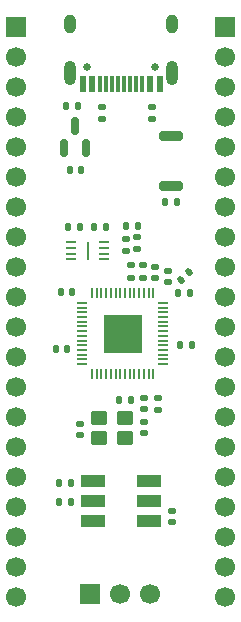
<source format=gbr>
%TF.GenerationSoftware,KiCad,Pcbnew,9.0.2*%
%TF.CreationDate,2025-10-06T12:20:04-04:00*%
%TF.ProjectId,pcb,7063622e-6b69-4636-9164-5f7063625858,rev?*%
%TF.SameCoordinates,Original*%
%TF.FileFunction,Soldermask,Top*%
%TF.FilePolarity,Negative*%
%FSLAX46Y46*%
G04 Gerber Fmt 4.6, Leading zero omitted, Abs format (unit mm)*
G04 Created by KiCad (PCBNEW 9.0.2) date 2025-10-06 12:20:04*
%MOMM*%
%LPD*%
G01*
G04 APERTURE LIST*
G04 Aperture macros list*
%AMRoundRect*
0 Rectangle with rounded corners*
0 $1 Rounding radius*
0 $2 $3 $4 $5 $6 $7 $8 $9 X,Y pos of 4 corners*
0 Add a 4 corners polygon primitive as box body*
4,1,4,$2,$3,$4,$5,$6,$7,$8,$9,$2,$3,0*
0 Add four circle primitives for the rounded corners*
1,1,$1+$1,$2,$3*
1,1,$1+$1,$4,$5*
1,1,$1+$1,$6,$7*
1,1,$1+$1,$8,$9*
0 Add four rect primitives between the rounded corners*
20,1,$1+$1,$2,$3,$4,$5,0*
20,1,$1+$1,$4,$5,$6,$7,0*
20,1,$1+$1,$6,$7,$8,$9,0*
20,1,$1+$1,$8,$9,$2,$3,0*%
G04 Aperture macros list end*
%ADD10RoundRect,0.140000X-0.140000X-0.170000X0.140000X-0.170000X0.140000X0.170000X-0.140000X0.170000X0*%
%ADD11RoundRect,0.140000X0.170000X-0.140000X0.170000X0.140000X-0.170000X0.140000X-0.170000X-0.140000X0*%
%ADD12RoundRect,0.135000X0.135000X0.185000X-0.135000X0.185000X-0.135000X-0.185000X0.135000X-0.185000X0*%
%ADD13RoundRect,0.135000X-0.135000X-0.185000X0.135000X-0.185000X0.135000X0.185000X-0.135000X0.185000X0*%
%ADD14R,1.700000X1.700000*%
%ADD15C,1.700000*%
%ADD16RoundRect,0.150000X0.150000X-0.587500X0.150000X0.587500X-0.150000X0.587500X-0.150000X-0.587500X0*%
%ADD17RoundRect,0.135000X-0.185000X0.135000X-0.185000X-0.135000X0.185000X-0.135000X0.185000X0.135000X0*%
%ADD18RoundRect,0.140000X0.140000X0.170000X-0.140000X0.170000X-0.140000X-0.170000X0.140000X-0.170000X0*%
%ADD19RoundRect,0.140000X-0.170000X0.140000X-0.170000X-0.140000X0.170000X-0.140000X0.170000X0.140000X0*%
%ADD20R,2.000000X1.100000*%
%ADD21RoundRect,0.062500X-0.387500X-0.062500X0.387500X-0.062500X0.387500X0.062500X-0.387500X0.062500X0*%
%ADD22R,0.200000X1.600000*%
%ADD23RoundRect,0.050000X-0.387500X-0.050000X0.387500X-0.050000X0.387500X0.050000X-0.387500X0.050000X0*%
%ADD24RoundRect,0.050000X-0.050000X-0.387500X0.050000X-0.387500X0.050000X0.387500X-0.050000X0.387500X0*%
%ADD25R,3.200000X3.200000*%
%ADD26RoundRect,0.140000X0.021213X-0.219203X0.219203X-0.021213X-0.021213X0.219203X-0.219203X0.021213X0*%
%ADD27RoundRect,0.200000X-0.800000X0.200000X-0.800000X-0.200000X0.800000X-0.200000X0.800000X0.200000X0*%
%ADD28RoundRect,0.250000X-0.450000X-0.350000X0.450000X-0.350000X0.450000X0.350000X-0.450000X0.350000X0*%
%ADD29C,0.650000*%
%ADD30R,0.600000X1.450000*%
%ADD31R,0.300000X1.450000*%
%ADD32O,1.000000X2.100000*%
%ADD33O,1.000000X1.600000*%
G04 APERTURE END LIST*
D10*
%TO.C,C8*%
X106237500Y-88700000D03*
X107197500Y-88700000D03*
%TD*%
D11*
%TO.C,C6*%
X102750000Y-84910000D03*
X102750000Y-83950000D03*
%TD*%
D12*
%TO.C,R7*%
X97940000Y-83050000D03*
X96920000Y-83050000D03*
%TD*%
D11*
%TO.C,C18*%
X105710000Y-108100000D03*
X105710000Y-107140000D03*
%TD*%
D13*
%TO.C,R5*%
X101177500Y-97760000D03*
X102197500Y-97760000D03*
%TD*%
D10*
%TO.C,C9*%
X106420000Y-93090000D03*
X107380000Y-93090000D03*
%TD*%
D14*
%TO.C,J4*%
X98790000Y-114150000D03*
D15*
X101330000Y-114150000D03*
X103870000Y-114150000D03*
%TD*%
D10*
%TO.C,C14*%
X97030000Y-78260000D03*
X97990000Y-78260000D03*
%TD*%
D16*
%TO.C,U2*%
X96560000Y-76410000D03*
X98460000Y-76410000D03*
X97510000Y-74535000D03*
%TD*%
D17*
%TO.C,R1*%
X104010000Y-72880000D03*
X104010000Y-73900000D03*
%TD*%
D18*
%TO.C,C7*%
X102800000Y-82980000D03*
X101840000Y-82980000D03*
%TD*%
D11*
%TO.C,C16*%
X103297500Y-100530000D03*
X103297500Y-99570000D03*
%TD*%
%TO.C,C12*%
X101807500Y-85090000D03*
X101807500Y-84130000D03*
%TD*%
D19*
%TO.C,C15*%
X97937500Y-99740000D03*
X97937500Y-100700000D03*
%TD*%
D11*
%TO.C,C11*%
X104287500Y-87420000D03*
X104287500Y-86460000D03*
%TD*%
D20*
%TO.C,D2*%
X99000000Y-104560000D03*
X99000000Y-106260000D03*
X99000000Y-107960000D03*
X103800000Y-107960000D03*
X103800000Y-106260000D03*
X103800000Y-104560000D03*
%TD*%
D21*
%TO.C,U3*%
X97132500Y-84330000D03*
X97132500Y-84830000D03*
X97132500Y-85330000D03*
X97132500Y-85830000D03*
X99982500Y-85830000D03*
X99982500Y-85330000D03*
X99982500Y-84830000D03*
X99982500Y-84330000D03*
D22*
X98557500Y-85080000D03*
%TD*%
D23*
%TO.C,U1*%
X98092500Y-89500000D03*
X98092500Y-89900000D03*
X98092500Y-90300000D03*
X98092500Y-90700000D03*
X98092500Y-91100000D03*
X98092500Y-91500000D03*
X98092500Y-91900000D03*
X98092500Y-92300000D03*
X98092500Y-92700000D03*
X98092500Y-93100000D03*
X98092500Y-93500000D03*
X98092500Y-93900000D03*
X98092500Y-94300000D03*
X98092500Y-94700000D03*
D24*
X98930000Y-95537500D03*
X99330000Y-95537500D03*
X99730000Y-95537500D03*
X100130000Y-95537500D03*
X100530000Y-95537500D03*
X100930000Y-95537500D03*
X101330000Y-95537500D03*
X101730000Y-95537500D03*
X102130000Y-95537500D03*
X102530000Y-95537500D03*
X102930000Y-95537500D03*
X103330000Y-95537500D03*
X103730000Y-95537500D03*
X104130000Y-95537500D03*
D23*
X104967500Y-94700000D03*
X104967500Y-94300000D03*
X104967500Y-93900000D03*
X104967500Y-93500000D03*
X104967500Y-93100000D03*
X104967500Y-92700000D03*
X104967500Y-92300000D03*
X104967500Y-91900000D03*
X104967500Y-91500000D03*
X104967500Y-91100000D03*
X104967500Y-90700000D03*
X104967500Y-90300000D03*
X104967500Y-89900000D03*
X104967500Y-89500000D03*
D24*
X104130000Y-88662500D03*
X103730000Y-88662500D03*
X103330000Y-88662500D03*
X102930000Y-88662500D03*
X102530000Y-88662500D03*
X102130000Y-88662500D03*
X101730000Y-88662500D03*
X101330000Y-88662500D03*
X100930000Y-88662500D03*
X100530000Y-88662500D03*
X100130000Y-88662500D03*
X99730000Y-88662500D03*
X99330000Y-88662500D03*
X98930000Y-88662500D03*
D25*
X101530000Y-92100000D03*
%TD*%
D13*
%TO.C,R8*%
X96170000Y-106330000D03*
X97190000Y-106330000D03*
%TD*%
D26*
%TO.C,C1*%
X106478089Y-87549411D03*
X107156911Y-86870589D03*
%TD*%
D17*
%TO.C,R2*%
X99810000Y-72910000D03*
X99810000Y-73930000D03*
%TD*%
D14*
%TO.C,J2*%
X92480000Y-66150000D03*
D15*
X92480000Y-68690000D03*
X92480000Y-71230000D03*
X92480000Y-73770000D03*
X92480000Y-76310000D03*
X92480000Y-78850000D03*
X92480000Y-81390000D03*
X92480000Y-83930000D03*
X92480000Y-86470000D03*
X92480000Y-89010000D03*
X92480000Y-91550000D03*
X92480000Y-94090000D03*
X92480000Y-96630000D03*
X92480000Y-99170000D03*
X92480000Y-101710000D03*
X92480000Y-104250000D03*
X92480000Y-106790000D03*
X92480000Y-109330000D03*
X92480000Y-111870000D03*
X92480000Y-114410000D03*
%TD*%
D17*
%TO.C,R3*%
X102227500Y-86340000D03*
X102227500Y-87360000D03*
%TD*%
D18*
%TO.C,C3*%
X96810000Y-93370000D03*
X95850000Y-93370000D03*
%TD*%
D10*
%TO.C,C13*%
X96760000Y-72820000D03*
X97720000Y-72820000D03*
%TD*%
D27*
%TO.C,SW1*%
X105600000Y-75410000D03*
X105600000Y-79610000D03*
%TD*%
D13*
%TO.C,R9*%
X96110000Y-104780000D03*
X97130000Y-104780000D03*
%TD*%
D19*
%TO.C,C10*%
X104540000Y-97590000D03*
X104540000Y-98550000D03*
%TD*%
D12*
%TO.C,R6*%
X106140000Y-80930000D03*
X105120000Y-80930000D03*
%TD*%
D11*
%TO.C,C5*%
X105327500Y-87740000D03*
X105327500Y-86780000D03*
%TD*%
D17*
%TO.C,R4*%
X103267500Y-86340000D03*
X103267500Y-87360000D03*
%TD*%
D18*
%TO.C,C4*%
X97227500Y-88570000D03*
X96267500Y-88570000D03*
%TD*%
D28*
%TO.C,Y1*%
X99527500Y-100920000D03*
X101727500Y-100920000D03*
X101727500Y-99220000D03*
X99527500Y-99220000D03*
%TD*%
D10*
%TO.C,C17*%
X99137500Y-83050000D03*
X100097500Y-83050000D03*
%TD*%
D19*
%TO.C,C2*%
X103297500Y-97570000D03*
X103297500Y-98530000D03*
%TD*%
D14*
%TO.C,J3*%
X110220000Y-66160000D03*
D15*
X110220000Y-68700000D03*
X110220000Y-71240000D03*
X110220000Y-73780000D03*
X110220000Y-76320000D03*
X110220000Y-78860000D03*
X110220000Y-81400000D03*
X110220000Y-83940000D03*
X110220000Y-86480000D03*
X110220000Y-89020000D03*
X110220000Y-91560000D03*
X110220000Y-94100000D03*
X110220000Y-96640000D03*
X110220000Y-99180000D03*
X110220000Y-101720000D03*
X110220000Y-104260000D03*
X110220000Y-106800000D03*
X110220000Y-109340000D03*
X110220000Y-111880000D03*
X110220000Y-114420000D03*
%TD*%
D29*
%TO.C,J1*%
X104290000Y-69520000D03*
X98510000Y-69520000D03*
D30*
X104650000Y-70965000D03*
X103850000Y-70965000D03*
D31*
X102650000Y-70965000D03*
X101650000Y-70965000D03*
X101150000Y-70965000D03*
X100150000Y-70965000D03*
D30*
X98950000Y-70965000D03*
X98150000Y-70965000D03*
X98150000Y-70965000D03*
X98950000Y-70965000D03*
D31*
X99650000Y-70965000D03*
X100650000Y-70965000D03*
X102150000Y-70965000D03*
X103150000Y-70965000D03*
D30*
X103850000Y-70965000D03*
X104650000Y-70965000D03*
D32*
X105720000Y-70050000D03*
D33*
X105720000Y-65870000D03*
D32*
X97080000Y-70050000D03*
D33*
X97080000Y-65870000D03*
%TD*%
M02*

</source>
